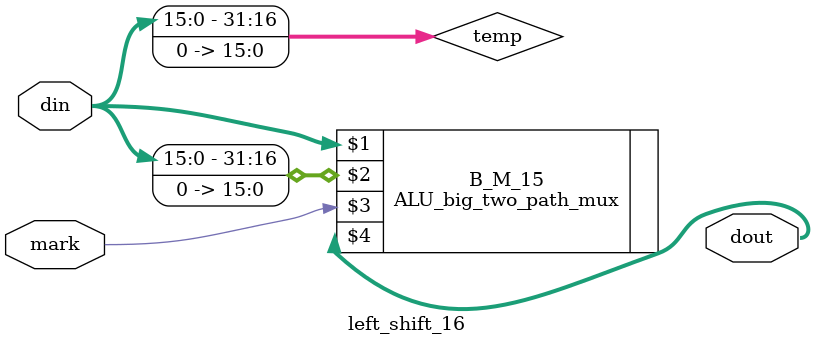
<source format=v>
module ALU_shift(a,b,fun,out);

     input [31:0] a;
     input [31:0] b;
     input [1:0] fun;
    
    output [31:0] out;

  wire [31:0] right_1,right_2,right_4,right_8,right_16;
  wire [31:0] al_1,al_2,al_4,al_8,al_16;
  wire [31:0] left_1,left_2,left_4,left_8,left_16;

    right_shift_1     r_1_v(a[0],b,right_1);
    right_shift_2     r_2_v(a[1],right_1,right_2);
    right_shift_4     r_3_v(a[2],right_2,right_4);
    right_shift_8     r_4_v(a[3],right_4,right_8);
    right_shift_16    r_5_v(a[4],right_8,right_16);
    
    al_shift_1        al_1_v(a[0],b,al_1);
    al_shift_2        al_2_v(a[1],al_1,al_2);
    al_shift_4        al_3_v(a[2],al_2,al_4);
    al_shift_8        al_4_v(a[3],al_4,al_8);
    al_shift_16       al_5_v(a[4],al_8,al_16);
 
    left_shift_1      l_1_v(a[0],b,left_1);
    left_shift_2      l_2_v(a[1],left_1,left_2);
    left_shift_4      l_3_v(a[2],left_2,left_4);
    left_shift_8      l_4_v(a[3],left_4,left_8);
    left_shift_16     l_5_v(a[4],left_8,left_16);
 
    ALU_big_four_path_mux hehe(left_16,right_16,b,al_16,fun,out); 
endmodule
//////////////////////////////////////////////////////////////////////////////////
module right_shift_1(mark,din,dout);
  
   input mark;
   input [31:0] din;
  output [31:0] dout;
     reg [31:0] temp;

   always @(*)begin temp=din>>1;end 
   ALU_big_two_path_mux B_M_1(din,temp,mark,dout);
endmodule

module right_shift_2(mark,din,dout);
  
   input mark;
   input [31:0] din;
  output [31:0] dout;
     reg [31:0] temp;

   always @(*)begin temp=din>>2;end 
   ALU_big_two_path_mux B_M_2(din,temp,mark,dout);
endmodule

module right_shift_4(mark,din,dout);
  
   input mark;
   input [31:0] din;
  output [31:0] dout;
     reg [31:0] temp;

   always @(*)begin temp=din>>4;end 
   ALU_big_two_path_mux B_M_3(din,temp,mark,dout);
endmodule

module right_shift_8(mark,din,dout);
  
   input mark;
   input [31:0] din;
  output [31:0] dout;
     reg [31:0] temp;

   always @(*)begin temp=din>>8;end 
   ALU_big_two_path_mux B_M_4(din,temp,mark,dout);
endmodule

module right_shift_16(mark,din,dout);
  
   input mark;
   input [31:0] din;
  output [31:0] dout;
     reg [31:0] temp;

   always @(*)begin temp=din>>16;end 
   ALU_big_two_path_mux B_M_5(din,temp,mark,dout);
endmodule
//////////////////////////////////////////////////////////////////////////////////
module al_shift_1(mark,din,dout);

   input mark;
   input [31:0] din;
  output [31:0] dout;
     reg [31:0] temp;
   
   always @(*)begin temp[30:0]=din[30:0]>>1;end
   always @(*)begin temp[31]=din[31];end
   ALU_big_two_path_mux B_M_6(din,temp,mark,dout);
endmodule

module al_shift_2(mark,din,dout);

   input mark;
   input [31:0] din;
  output [31:0] dout;
     reg [31:0] temp;
   
   always @(*)begin temp[30:0]=din[30:0]>>2;end
   always @(*)begin temp[31]=din[31];end
   ALU_big_two_path_mux B_M_7(din,temp,mark,dout);
endmodule

module al_shift_4(mark,din,dout);

   input mark;
   input [31:0] din;
  output [31:0] dout;
     reg [31:0] temp;
   
   always @(*)begin temp[30:0]=din[30:0]>>4;end
   always @(*)begin temp[31]=din[31];end
   ALU_big_two_path_mux B_M_8(din,temp,mark,dout);
endmodule

module al_shift_8(mark,din,dout);

   input mark;
   input [31:0] din;
  output [31:0] dout;
     reg [31:0] temp;
   
   always @(*)begin temp[30:0]=din[30:0]>>8;end
   always @(*)begin temp[31]=din[31];end
   ALU_big_two_path_mux B_M_9(din,temp,mark,dout);
endmodule

module al_shift_16(mark,din,dout);

   input mark;
   input [31:0] din;
  output [31:0] dout;
     reg [31:0] temp;
   
   always @(*)begin temp[30:0]=din[30:0]>>16;end
   always @(*)begin temp[31]=din[31];end
   ALU_big_two_path_mux B_M_10(din,temp,mark,dout);
endmodule
//////////////////////////////////////////////////////////////////////////////////
module left_shift_1(mark,din,dout);
  
   input mark;
   input [31:0] din;
  output [31:0] dout;
     reg [31:0] temp;

   always @(*)begin temp=din<<1;end 
   ALU_big_two_path_mux B_M_11(din,temp,mark,dout);
endmodule

module left_shift_2(mark,din,dout);
  
   input mark;
   input [31:0] din;
  output [31:0] dout;
     reg [31:0] temp;

   always @(*)begin temp=din<<2;end 
   ALU_big_two_path_mux B_M_12(din,temp,mark,dout);
endmodule

module left_shift_4(mark,din,dout);
  
   input mark;
   input [31:0] din;
  output [31:0] dout;
     reg [31:0] temp;

   always @(*)begin temp=din<<4;end 
   ALU_big_two_path_mux B_M_13(din,temp,mark,dout);
endmodule

module left_shift_8(mark,din,dout);
  
   input mark;
   input [31:0] din;
  output [31:0] dout;
     reg [31:0] temp;

   always @(*)begin temp=din<<8;end 
   ALU_big_two_path_mux B_M_14(din,temp,mark,dout);
endmodule

module left_shift_16(mark,din,dout);
  
   input mark;
   input [31:0] din;
  output [31:0] dout;
     reg [31:0] temp;

   always @(*)begin temp=din<<16;end 
   ALU_big_two_path_mux B_M_15(din,temp,mark,dout);
endmodule
//////////////////////////////////////////////////////////////////////////////////

</source>
